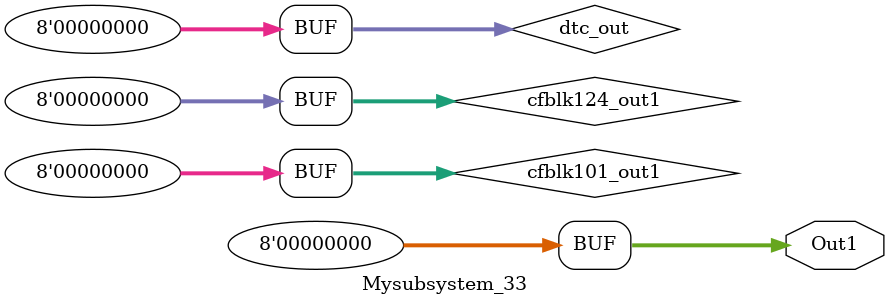
<source format=v>



`timescale 1 ns / 1 ns

module Mysubsystem_33
          (Out1);


  output  [7:0] Out1;  // uint8


  wire [7:0] cfblk124_out1;  // uint8
  wire [7:0] dtc_out;  // ufix8
  wire [7:0] cfblk101_out1;  // uint8


  assign cfblk124_out1 = 8'b00000000;



  assign dtc_out = cfblk124_out1;



  assign cfblk101_out1 = dtc_out;



  assign Out1 = cfblk101_out1;

endmodule  // Mysubsystem_33


</source>
